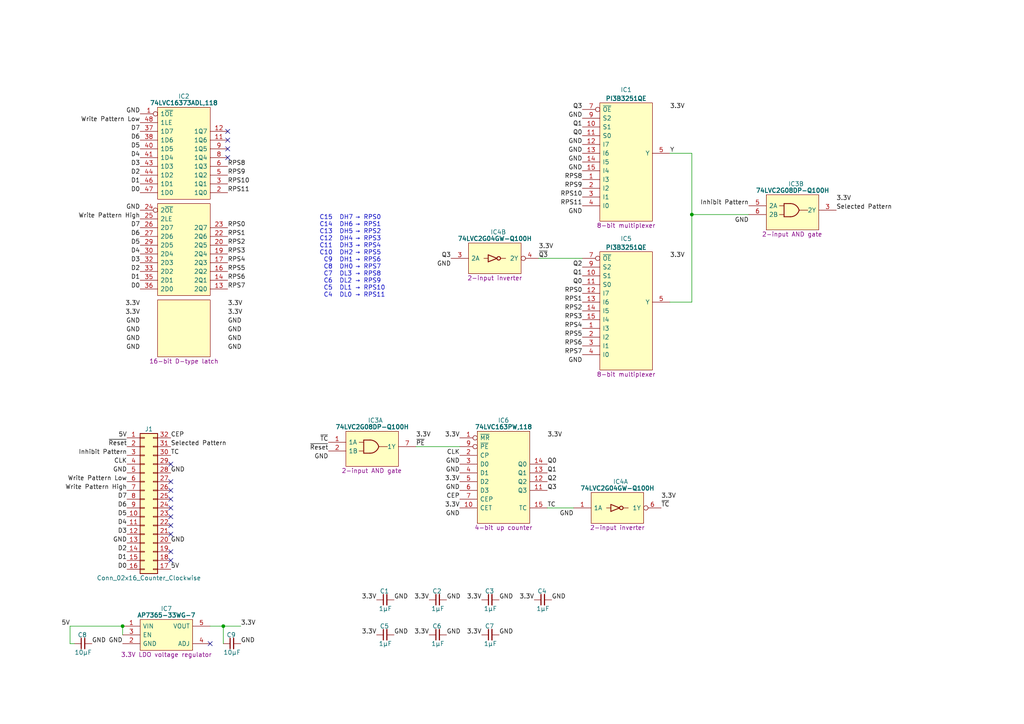
<source format=kicad_sch>
(kicad_sch (version 20230121) (generator eeschema)
  (paper "A4")
  (title_block (title "Pixel Step Advance") (date "2023-10-13") (rev "V0"))
  (lib_symbols
    (symbol "Connector_Generic:Conn_02x16_Counter_Clockwise" (pin_names (offset 1.016) hide)
      (property "Reference" "J" (at 1.27 20.32 0))
      (property "Value" "Conn_02x16_Counter_Clockwise" (at 1.27 -22.86 0))
      (symbol "Conn_02x16_Counter_Clockwise_1_1"
        (rectangle (start -1.27 -20.193) (end 0 -20.447) (stroke (width 0.1524)))
        (rectangle (start -1.27 -17.653) (end 0 -17.907) (stroke (width 0.1524)))
        (rectangle (start -1.27 -15.113) (end 0 -15.367) (stroke (width 0.1524)))
        (rectangle (start -1.27 -12.573) (end 0 -12.827) (stroke (width 0.1524)))
        (rectangle (start -1.27 -10.033) (end 0 -10.287) (stroke (width 0.1524)))
        (rectangle (start -1.27 -7.493) (end 0 -7.747) (stroke (width 0.1524)))
        (rectangle (start -1.27 -4.953) (end 0 -5.207) (stroke (width 0.1524)))
        (rectangle (start -1.27 -2.413) (end 0 -2.667) (stroke (width 0.1524)))
        (rectangle (start -1.27 0.127) (end 0 -0.127) (stroke (width 0.1524)))
        (rectangle (start -1.27 2.667) (end 0 2.413) (stroke (width 0.1524)))
        (rectangle (start -1.27 5.207) (end 0 4.953) (stroke (width 0.1524)))
        (rectangle (start -1.27 7.747) (end 0 7.493) (stroke (width 0.1524)))
        (rectangle (start -1.27 10.287) (end 0 10.033) (stroke (width 0.1524)))
        (rectangle (start -1.27 12.827) (end 0 12.573) (stroke (width 0.1524)))
        (rectangle (start -1.27 15.367) (end 0 15.113) (stroke (width 0.1524)))
        (rectangle (start -1.27 17.907) (end 0 17.653) (stroke (width 0.1524)))
        (rectangle (start -1.27 19.05) (end 3.81 -21.59) (stroke (width 0.254)) (fill (type background)))
        (rectangle (start 3.81 -20.193) (end 2.54 -20.447) (stroke (width 0.1524)))
        (rectangle (start 3.81 -17.653) (end 2.54 -17.907) (stroke (width 0.1524)))
        (rectangle (start 3.81 -15.113) (end 2.54 -15.367) (stroke (width 0.1524)))
        (rectangle (start 3.81 -12.573) (end 2.54 -12.827) (stroke (width 0.1524)))
        (rectangle (start 3.81 -10.033) (end 2.54 -10.287) (stroke (width 0.1524)))
        (rectangle (start 3.81 -7.493) (end 2.54 -7.747) (stroke (width 0.1524)))
        (rectangle (start 3.81 -4.953) (end 2.54 -5.207) (stroke (width 0.1524)))
        (rectangle (start 3.81 -2.413) (end 2.54 -2.667) (stroke (width 0.1524)))
        (rectangle (start 3.81 0.127) (end 2.54 -0.127) (stroke (width 0.1524)))
        (rectangle (start 3.81 2.667) (end 2.54 2.413) (stroke (width 0.1524)))
        (rectangle (start 3.81 5.207) (end 2.54 4.953) (stroke (width 0.1524)))
        (rectangle (start 3.81 7.747) (end 2.54 7.493) (stroke (width 0.1524)))
        (rectangle (start 3.81 10.287) (end 2.54 10.033) (stroke (width 0.1524)))
        (rectangle (start 3.81 12.827) (end 2.54 12.573) (stroke (width 0.1524)))
        (rectangle (start 3.81 15.367) (end 2.54 15.113) (stroke (width 0.1524)))
        (rectangle (start 3.81 17.907) (end 2.54 17.653) (stroke (width 0.1524)))
        (pin passive line (at -5.08 17.78 0) (length 3.81) (name "Pin_1") (number "1"))
        (pin passive line (at -5.08 -5.08 0) (length 3.81) (name "Pin_10") (number "10"))
        (pin passive line (at -5.08 -7.62 0) (length 3.81) (name "Pin_11") (number "11"))
        (pin passive line (at -5.08 -10.16 0) (length 3.81) (name "Pin_12") (number "12"))
        (pin passive line (at -5.08 -12.7 0) (length 3.81) (name "Pin_13") (number "13"))
        (pin passive line (at -5.08 -15.24 0) (length 3.81) (name "Pin_14") (number "14"))
        (pin passive line (at -5.08 -17.78 0) (length 3.81) (name "Pin_15") (number "15"))
        (pin passive line (at -5.08 -20.32 0) (length 3.81) (name "Pin_16") (number "16"))
        (pin passive line (at 7.62 -20.32 180) (length 3.81) (name "Pin_17") (number "17"))
        (pin passive line (at 7.62 -17.78 180) (length 3.81) (name "Pin_18") (number "18"))
        (pin passive line (at 7.62 -15.24 180) (length 3.81) (name "Pin_19") (number "19"))
        (pin passive line (at -5.08 15.24 0) (length 3.81) (name "Pin_2") (number "2"))
        (pin passive line (at 7.62 -12.7 180) (length 3.81) (name "Pin_20") (number "20"))
        (pin passive line (at 7.62 -10.16 180) (length 3.81) (name "Pin_21") (number "21"))
        (pin passive line (at 7.62 -7.62 180) (length 3.81) (name "Pin_22") (number "22"))
        (pin passive line (at 7.62 -5.08 180) (length 3.81) (name "Pin_23") (number "23"))
        (pin passive line (at 7.62 -2.54 180) (length 3.81) (name "Pin_24") (number "24"))
        (pin passive line (at 7.62 0 180) (length 3.81) (name "Pin_25") (number "25"))
        (pin passive line (at 7.62 2.54 180) (length 3.81) (name "Pin_26") (number "26"))
        (pin passive line (at 7.62 5.08 180) (length 3.81) (name "Pin_27") (number "27"))
        (pin passive line (at 7.62 7.62 180) (length 3.81) (name "Pin_28") (number "28"))
        (pin passive line (at 7.62 10.16 180) (length 3.81) (name "Pin_29") (number "29"))
        (pin passive line (at -5.08 12.7 0) (length 3.81) (name "Pin_3") (number "3"))
        (pin passive line (at 7.62 12.7 180) (length 3.81) (name "Pin_30") (number "30"))
        (pin passive line (at 7.62 15.24 180) (length 3.81) (name "Pin_31") (number "31"))
        (pin passive line (at 7.62 17.78 180) (length 3.81) (name "Pin_32") (number "32"))
        (pin passive line (at -5.08 10.16 0) (length 3.81) (name "Pin_4") (number "4"))
        (pin passive line (at -5.08 7.62 0) (length 3.81) (name "Pin_5") (number "5"))
        (pin passive line (at -5.08 5.08 0) (length 3.81) (name "Pin_6") (number "6"))
        (pin passive line (at -5.08 2.54 0) (length 3.81) (name "Pin_7") (number "7"))
        (pin passive line (at -5.08 0 0) (length 3.81) (name "Pin_8") (number "8"))
        (pin passive line (at -5.08 -2.54 0) (length 3.81) (name "Pin_9") (number "9"))
      )
    )
    (symbol "Diodes_Inc:AP7365-33WG-7" (pin_names (offset 0.762))
      (property "Reference" "IC" (at 12.7 5.08 0))
      (property "Value" "AP7365-33WG-7" (at 12.7 3.175 0))
      (property "Description" "3.3V LDO voltage regulator" (at 12.7 -8.255 0))
      (symbol "AP7365-33WG-7_0_0"
        (pin passive line (at 0 0 0) (length 5.08) (name "VIN") (number "1"))
        (pin passive line (at 0 -5.08 0) (length 5.08) (name "GND") (number "2"))
        (pin input line (at 0 -2.54 0) (length 5.08) (name "EN") (number "3"))
        (pin passive line (at 25.4 -5.08 180) (length 5.08) (name "ADJ") (number "4"))
        (pin passive line (at 25.4 0 180) (length 5.08) (name "VOUT") (number "5"))
      )
      (symbol "AP7365-33WG-7_0_1"
        (polyline (pts (xy 5.08 1.905) (xy 20.32 1.905) (xy 20.32 -6.985) (xy 5.08 -6.985) (xy 5.08 1.905)) (fill (type background)))
      )
    )
    (symbol "Diodes_Inc:PI3B3251QE" (pin_names (offset 0.762))
      (property "Reference" "IC" (at 12.7 5.715 0))
      (property "Value" "PI3B3251QE" (at 12.7 3.175 0))
      (property "Description" "8-bit multiplexer" (at 12.7 -33.655 0))
      (symbol "PI3B3251QE_0_0"
        (pin input line (at 0 -20.32 0) (length 5.08) (name "I3") (number "1"))
        (pin input line (at 0 -5.08 0) (length 5.08) (name "S1") (number "10"))
        (pin input line (at 0 -7.62 0) (length 5.08) (name "S0") (number "11"))
        (pin input line (at 0 -10.16 0) (length 5.08) (name "I7") (number "12"))
        (pin input line (at 0 -12.7 0) (length 5.08) (name "I6") (number "13"))
        (pin input line (at 0 -15.24 0) (length 5.08) (name "I5") (number "14"))
        (pin input line (at 0 -17.78 0) (length 5.08) (name "I4") (number "15"))
        (pin input line (at 0 -22.86 0) (length 5.08) (name "I2") (number "2"))
        (pin input line (at 0 -25.4 0) (length 5.08) (name "I1") (number "3"))
        (pin input line (at 0 -27.94 0) (length 5.08) (name "I0") (number "4"))
        (pin passive line (at 0 -30.48 0) (length 5.08) hide (name "GND") (number "8"))
        (pin input line (at 0 -2.54 0) (length 5.08) (name "S2") (number "9"))
      )
      (symbol "PI3B3251QE_0_1"
        (polyline (pts (xy 5.08 1.905) (xy 20.32 1.905) (xy 20.32 -32.385) (xy 5.08 -32.385) (xy 5.08 1.905)) (stroke (width 0.1524)) (fill (type background)))
      )
      (symbol "PI3B3251QE_1_0"
        (pin passive line (at 25.4 0 180) (length 5.08) hide (name "3V") (number "16"))
        (pin tri_state line (at 25.4 -12.7 180) (length 5.08) (name "Y") (number "5"))
        (pin no_connect line (at 25.4 -15.24 180) (length 5.08) hide (name "NC") (number "6"))
        (pin input inverted (at 0 0 0) (length 5.08) (name "~{OE}") (number "7"))
      )
    )
    (symbol "HCP65:C_0805" (pin_numbers hide) (pin_names (offset 0.254) hide)
      (property "Reference" "C" (at 2.286 2.54 0))
      (property "Value" "?μF" (at 2.54 -2.54 0))
      (symbol "C_0805_0_1"
        (polyline (pts (xy 1.9685 -1.4605) (xy 1.9685 1.5875)) (stroke (width 0.3048)))
        (polyline (pts (xy 2.9845 -1.4605) (xy 2.9845 1.5875)) (stroke (width 0.3302)))
      )
      (symbol "C_0805_1_1"
        (pin passive line (at 0 0 0) (length 2.032) (name "~") (number "1"))
        (pin passive line (at 5.08 0 180) (length 2.032) (name "~") (number "2"))
      )
    )
    (symbol "Nexperia:74LVC16373ADL,118" (pin_names (offset 0.762))
      (property "Reference" "IC" (at 12.7 5.08 0))
      (property "Value" "74LVC16373ADL,118" (at 12.7 3.175 0))
      (property "Description" "16-bit D-type latch" (at 12.7 -71.755 0))
      (symbol "74LVC16373ADL,118_0_0"
        (pin input inverted (at 0 0 0) (length 5.08) (name "1~{OE}") (number "1"))
        (pin tri_state line (at 25.4 -7.62 180) (length 5.08) (name "1Q6") (number "11"))
        (pin tri_state line (at 25.4 -5.08 180) (length 5.08) (name "1Q7") (number "12"))
        (pin tri_state line (at 25.4 -50.8 180) (length 5.08) (name "2Q0") (number "13"))
        (pin tri_state line (at 25.4 -48.26 180) (length 5.08) (name "2Q1") (number "14"))
        (pin tri_state line (at 25.4 -45.72 180) (length 5.08) (name "2Q2") (number "16"))
        (pin tri_state line (at 25.4 -43.18 180) (length 5.08) (name "2Q3") (number "17"))
        (pin tri_state line (at 25.4 -40.64 180) (length 5.08) (name "2Q4") (number "19"))
        (pin tri_state line (at 25.4 -22.86 180) (length 5.08) (name "1Q0") (number "2"))
        (pin tri_state line (at 25.4 -38.1 180) (length 5.08) (name "2Q5") (number "20"))
        (pin tri_state line (at 25.4 -35.56 180) (length 5.08) (name "2Q6") (number "22"))
        (pin tri_state line (at 25.4 -33.02 180) (length 5.08) (name "2Q7") (number "23"))
        (pin input inverted (at 0 -27.94 0) (length 5.08) (name "2~{OE}") (number "24"))
        (pin input line (at 0 -30.48 0) (length 5.08) (name "2LE") (number "25"))
        (pin input line (at 0 -33.02 0) (length 5.08) (name "2D7") (number "26"))
        (pin input line (at 0 -35.56 0) (length 5.08) (name "2D6") (number "27"))
        (pin input line (at 0 -38.1 0) (length 5.08) (name "2D5") (number "29"))
        (pin tri_state line (at 25.4 -20.32 180) (length 5.08) (name "1Q1") (number "3"))
        (pin input line (at 0 -40.64 0) (length 5.08) (name "2D4") (number "30"))
        (pin input line (at 0 -43.18 0) (length 5.08) (name "2D3") (number "32"))
        (pin input line (at 0 -45.72 0) (length 5.08) (name "2D2") (number "33"))
        (pin input line (at 0 -48.26 0) (length 5.08) (name "2D1") (number "35"))
        (pin input line (at 0 -50.8 0) (length 5.08) (name "2D0") (number "36"))
        (pin input line (at 0 -5.08 0) (length 5.08) (name "1D7") (number "37"))
        (pin input line (at 0 -10.16 0) (length 5.08) (name "1D5") (number "40"))
        (pin input line (at 0 -12.7 0) (length 5.08) (name "1D4") (number "41"))
        (pin input line (at 0 -15.24 0) (length 5.08) (name "1D3") (number "43"))
        (pin input line (at 0 -17.78 0) (length 5.08) (name "1D2") (number "44"))
        (pin input line (at 0 -20.32 0) (length 5.08) (name "1D1") (number "46"))
        (pin input line (at 0 -22.86 0) (length 5.08) (name "1D0") (number "47"))
        (pin input line (at 0 -2.54 0) (length 5.08) (name "1LE") (number "48"))
        (pin tri_state line (at 25.4 -17.78 180) (length 5.08) (name "1Q2") (number "5"))
        (pin tri_state line (at 25.4 -15.24 180) (length 5.08) (name "1Q3") (number "6"))
        (pin tri_state line (at 25.4 -12.7 180) (length 5.08) (name "1Q4") (number "8"))
        (pin tri_state line (at 25.4 -10.16 180) (length 5.08) (name "1Q5") (number "9"))
      )
      (symbol "74LVC16373ADL,118_0_1"
        (polyline (pts (xy 5.08 -53.975) (xy 20.32 -53.975) (xy 20.32 -70.485) (xy 5.08 -70.485) (xy 5.08 -53.975)) (stroke (width 0.1524)) (fill (type background)))
        (polyline (pts (xy 5.08 -26.035) (xy 20.32 -26.035) (xy 20.32 -52.705) (xy 5.08 -52.705) (xy 5.08 -26.035)) (stroke (width 0.1524)) (fill (type background)))
        (polyline (pts (xy 5.08 1.905) (xy 20.32 1.905) (xy 20.32 -24.765) (xy 5.08 -24.765) (xy 5.08 1.905)) (stroke (width 0.1524)) (fill (type background)))
      )
      (symbol "74LVC16373ADL,118_1_0"
        (pin passive line (at 0 -63.5 0) (length 5.08) hide (name "GND") (number "10"))
        (pin passive line (at 0 -66.04 0) (length 5.08) hide (name "GND") (number "15"))
        (pin passive line (at 0 -58.42 0) (length 5.08) hide (name "3V") (number "18"))
        (pin passive line (at 0 -68.58 0) (length 5.08) hide (name "GND") (number "21"))
        (pin passive line (at 25.4 -68.58 180) (length 5.08) hide (name "GND") (number "28"))
        (pin passive line (at 25.4 -58.42 180) (length 5.08) hide (name "3V") (number "31"))
        (pin passive line (at 25.4 -66.04 180) (length 5.08) hide (name "GND") (number "34"))
        (pin input line (at 0 -7.62 0) (length 5.08) (name "1D6") (number "38"))
        (pin passive line (at 25.4 -63.5 180) (length 5.08) hide (name "GND") (number "39"))
        (pin passive line (at 0 -60.96 0) (length 5.08) hide (name "GND") (number "4"))
        (pin passive line (at 25.4 -55.88 180) (length 5.08) hide (name "3V") (number "42"))
        (pin passive line (at 25.4 -60.96 180) (length 5.08) hide (name "GND") (number "45"))
        (pin passive line (at 0 -55.88 0) (length 5.08) hide (name "3V") (number "7"))
      )
    )
    (symbol "Nexperia:74LVC163PW,118" (pin_names (offset 0.762))
      (property "Reference" "IC" (at 12.7 5.08 0))
      (property "Value" "74LVC163PW,118" (at 12.7 3.175 0))
      (property "Description" "4-bit up counter" (at 12.7 -26.035 0))
      (symbol "74LVC163PW,118_0_0"
        (pin input inverted (at 0 0 0) (length 5.08) (name "~{MR}") (number "1"))
        (pin input line (at 0 -20.32 0) (length 5.08) (name "CET") (number "10"))
        (pin output line (at 25.4 -15.24 180) (length 5.08) (name "Q3") (number "11"))
        (pin output line (at 25.4 -12.7 180) (length 5.08) (name "Q2") (number "12"))
        (pin output line (at 25.4 -10.16 180) (length 5.08) (name "Q1") (number "13"))
        (pin output line (at 25.4 -7.62 180) (length 5.08) (name "Q0") (number "14"))
        (pin output line (at 25.4 -20.32 180) (length 5.08) (name "TC") (number "15"))
        (pin passive line (at 25.4 0 180) (length 5.08) hide (name "3V") (number "16"))
        (pin input line (at 0 -5.08 0) (length 5.08) (name "CP") (number "2"))
        (pin input line (at 0 -7.62 0) (length 5.08) (name "D0") (number "3"))
        (pin input line (at 0 -10.16 0) (length 5.08) (name "D1") (number "4"))
        (pin input line (at 0 -12.7 0) (length 5.08) (name "D2") (number "5"))
        (pin input line (at 0 -15.24 0) (length 5.08) (name "D3") (number "6"))
        (pin input line (at 0 -17.78 0) (length 5.08) (name "CEP") (number "7"))
        (pin passive line (at 0 -22.86 0) (length 5.08) hide (name "GND") (number "8"))
        (pin input inverted (at 0 -2.54 0) (length 5.08) (name "~{PE}") (number "9"))
      )
      (symbol "74LVC163PW,118_0_1"
        (polyline (pts (xy 5.08 1.905) (xy 20.32 1.905) (xy 20.32 -24.765) (xy 5.08 -24.765) (xy 5.08 1.905)) (stroke (width 0.1524)) (fill (type background)))
      )
    )
    (symbol "Nexperia:74LVC2G04GW-Q100H_Multi" (pin_names (offset 0.762))
      (property "Reference" "IC" (at 11.43 7.62 0))
      (property "Value" "74LVC2G04GW-Q100H" (at 12.7 5.715 0))
      (property "Description" "2-input inverter" (at 12.7 -5.715 0))
      (symbol "74LVC2G04GW-Q100H_Multi_0_0"
        (pin passive line (at 0 -2.54 0) (length 5.08) hide (name "GND") (number "2"))
        (pin passive line (at 25.4 2.54 180) (length 5.08) hide (name "3V") (number "5"))
      )
      (symbol "74LVC2G04GW-Q100H_Multi_0_1"
        (polyline (pts (xy 9.525 0) (xy 10.7949 0)))
        (polyline (pts (xy 14.351 0) (xy 15.875 0)))
        (polyline (pts (xy 10.795 -1.016) (xy 13.335 0) (xy 10.795 1.016)) (stroke (width 0.254)))
        (polyline (pts (xy 5.08 4.445) (xy 20.32 4.445) (xy 20.32 -4.445) (xy 5.08 -4.445) (xy 5.08 4.445)) (stroke (width 0.1524)) (fill (type background)))
        (rectangle (start 10.795 1.016) (end 10.795 -1.016) (stroke (width 0.254)) (fill (type background)))
        (circle (center 13.843 0) (radius 0.508) (stroke (width 0.254)))
      )
      (symbol "74LVC2G04GW-Q100H_Multi_1_0"
        (pin input line (at 0 0 0) (length 5.08) (name "1A") (number "1"))
        (pin output inverted (at 25.4 0 180) (length 5.08) (name "1Y") (number "6"))
      )
      (symbol "74LVC2G04GW-Q100H_Multi_2_0"
        (pin input line (at 0 0 0) (length 5.08) (name "2A") (number "3"))
        (pin output inverted (at 25.4 0 180) (length 5.08) (name "2Y") (number "4"))
      )
    )
    (symbol "Nexperia:74LVC2G08DP-Q100H_Multi" (pin_names (offset 0.762))
      (property "Reference" "IC" (at 11.43 6.35 0))
      (property "Value" "74LVC2G08DP-Q100H" (at 12.7 4.445 0))
      (property "Description" "2-input AND gate" (at 3.81 -8.255 0))
      (symbol "74LVC2G08DP-Q100H_Multi_0_0"
        (pin passive line (at 0 -5.08 0) (length 5.08) hide (name "GND") (number "4"))
        (pin passive line (at 25.4 1.27 180) (length 5.08) hide (name "3V") (number "8"))
      )
      (symbol "74LVC2G08DP-Q100H_Multi_0_1"
        (polyline (pts (xy 8.89 -2.54) (xy 10.1599 -2.54)))
        (polyline (pts (xy 8.89 0) (xy 10.1599 0)))
        (polyline (pts (xy 10.248 0.635) (xy 10.248 -3.175)) (stroke (width 0.254)) (fill (type background)))
        (polyline (pts (xy 12.065 -3.175) (xy 10.248 -3.175)) (stroke (width 0.254)) (fill (type background)))
        (polyline (pts (xy 12.065 0.635) (xy 10.248 0.635)) (stroke (width 0.254)) (fill (type background)))
        (polyline (pts (xy 14.605 -1.27) (xy 17.145 -1.27)))
        (polyline (pts (xy 5.08 3.175) (xy 20.32 3.175) (xy 20.32 -6.985) (xy 5.08 -6.985) (xy 5.08 3.175)) (stroke (width 0.1524)) (fill (type background)))
        (arc (start 12.065 -3.175) (mid 13.6634 -2.6604) (end 14.605 -1.27) (stroke (width 0.254)))
        (arc (start 14.605 -1.27) (mid 13.6646 0.122) (end 12.065 0.635) (stroke (width 0.254)))
      )
      (symbol "74LVC2G08DP-Q100H_Multi_1_0"
        (pin input line (at 0 0 0) (length 5.08) (name "1A") (number "1"))
        (pin input line (at 0 -2.54 0) (length 5.08) (name "1B") (number "2"))
        (pin output line (at 25.4 -1.27 180) (length 5.08) (name "1Y") (number "7"))
      )
      (symbol "74LVC2G08DP-Q100H_Multi_2_0"
        (pin output line (at 25.4 -1.27 180) (length 5.08) (name "2Y") (number "3"))
        (pin input line (at 0 0 0) (length 5.08) (name "2A") (number "5"))
        (pin input line (at 0 -2.54 0) (length 5.08) (name "2B") (number "6"))
      )
    )
  )
  (junction (at 35.56 181.61))
  (junction (at 200.66 62.23))
  (junction (at 64.77 181.61))
  (no_connect (at 66.04 45.72))
  (no_connect (at 49.53 134.62))
  (no_connect (at 60.96 186.69))
  (no_connect (at 66.04 40.64))
  (no_connect (at 49.53 139.7))
  (no_connect (at 49.53 149.86))
  (no_connect (at 49.53 152.4))
  (no_connect (at 49.53 144.78))
  (no_connect (at 66.04 43.18))
  (no_connect (at 49.53 147.32))
  (no_connect (at 49.53 160.02))
  (no_connect (at 49.53 162.56))
  (no_connect (at 49.53 142.24))
  (no_connect (at 49.53 154.94))
  (no_connect (at 66.04 38.1))
  (wire (pts (xy 194.31 44.45) (xy 200.66 44.45)))
  (wire (pts (xy 64.77 186.69) (xy 64.77 181.61)))
  (wire (pts (xy 20.32 181.61) (xy 35.56 181.61)))
  (wire (pts (xy 158.75 147.32) (xy 166.37 147.32)))
  (wire (pts (xy 35.56 181.61) (xy 35.56 184.15)))
  (wire (pts (xy 156.21 74.93) (xy 168.91 74.93)))
  (wire (pts (xy 200.66 44.45) (xy 200.66 62.23)))
  (wire (pts (xy 60.96 181.61) (xy 64.77 181.61)))
  (wire (pts (xy 200.66 62.23) (xy 200.66 87.63)))
  (wire (pts (xy 120.65 129.54) (xy 133.35 129.54)))
  (wire (pts (xy 20.32 181.61) (xy 20.32 186.69)))
  (wire (pts (xy 200.66 62.23) (xy 217.17 62.23)))
  (wire (pts (xy 200.66 87.63) (xy 194.31 87.63)))
  (wire (pts (xy 20.32 186.69) (xy 21.59 186.69)))
  (wire (pts (xy 64.77 181.61) (xy 69.85 181.61)))
  (text "C15\nC14\nC13\nC12\nC11\nC10\nC9\nC8\nC7\nC6\nC5\nC4" (at 96.52 86.36 0) (effects (font (size 1.27 1.27)) (justify right bottom)))
  (text "DH7\nDH6\nDH5\nDH4\nDH3\nDH2\nDH1\nDH0\nDL3\nDL2\nDL1\nDL0" (at 98.425 86.36 0) (effects (font (size 1.27 1.27)) (justify left bottom)))
  (text "→ RPS0\n→ RPS1\n→ RPS2\n→ RPS3\n→ RPS4\n→ RPS5\n→ RPS6\n→ RPS7\n→ RPS8\n→ RPS9\n→ RPS10\n→ RPS11" (at 102.87 86.36 0) (effects (font (size 1.27 1.27)) (justify left bottom)))
  (label "RPS10" (at 168.91 57.15 180))
  (label "GND" (at 133.35 149.86 180))
  (label "GND" (at 168.91 62.23 180))
  (label "GND" (at 166.37 149.86 180))
  (label "GND" (at 40.64 93.98 180))
  (label "GND" (at 66.04 96.52 0))
  (label "D1" (at 40.64 81.28 180))
  (label "RPS10" (at 66.04 53.34 0))
  (label "GND" (at 129.54 173.99 0))
  (label "TC" (at 49.53 132.08 0))
  (label "3.3V" (at 194.31 31.75 0))
  (label "RPS11" (at 168.91 59.69 180))
  (label "RPS5" (at 66.04 78.74 0))
  (label "GND" (at 168.91 46.99 180))
  (label "CLK" (at 36.83 134.62 180))
  (label "D5" (at 40.64 71.12 180))
  (label "RPS4" (at 66.04 76.2 0))
  (label "GND" (at 129.54 184.15 0))
  (label "GND" (at 69.85 186.69 0))
  (label "3.3V" (at 158.75 127 0))
  (label "3.3V" (at 40.64 91.44 180))
  (label "Q3" (at 130.81 74.93 180))
  (label "D1" (at 36.83 162.56 180))
  (label "GND" (at 168.91 34.29 180))
  (label "D0" (at 40.64 55.88 180))
  (label "D5" (at 36.83 149.86 180))
  (label "D2" (at 36.83 160.02 180))
  (label "~{Reset}" (at 95.25 130.81 180))
  (label "RPS8" (at 66.04 48.26 0))
  (label "3.3V" (at 139.7 184.15 180))
  (label "~{TC}" (at 95.25 128.27 180))
  (label "Selected Pattern" (at 49.53 129.54 0))
  (label "CLK" (at 133.35 132.08 180))
  (label "Write Pattern High" (at 40.64 63.5 180))
  (label "GND" (at 168.91 105.41 180))
  (label "Write Pattern High" (at 36.83 142.24 180))
  (label "RPS5" (at 168.91 97.79 180))
  (label "GND" (at 26.67 186.69 0))
  (label "5V" (at 20.32 181.61 180))
  (label "3.3V" (at 120.65 127 0))
  (label "RPS9" (at 66.04 50.8 0))
  (label "GND" (at 114.3 184.15 0))
  (label "GND" (at 40.64 101.6 180))
  (label "GND" (at 168.91 49.53 180))
  (label "GND" (at 144.78 184.15 0))
  (label "3.3V" (at 133.35 147.32 180))
  (label "3.3V" (at 154.94 173.99 180))
  (label "Q3" (at 158.75 142.24 0))
  (label "RPS7" (at 168.91 102.87 180))
  (label "RPS2" (at 168.91 90.17 180))
  (label "~{Q3}" (at 156.21 74.93 0))
  (label "GND" (at 35.56 186.69 180))
  (label "Q1" (at 168.91 36.83 180))
  (label "RPS7" (at 66.04 83.82 0))
  (label "RPS3" (at 66.04 73.66 0))
  (label "GND" (at 168.91 41.91 180))
  (label "RPS3" (at 168.91 92.71 180))
  (label "GND" (at 49.53 157.48 0))
  (label "D5" (at 40.64 43.18 180))
  (label "Inhibit Pattern" (at 36.83 132.08 180))
  (label "5V" (at 36.83 127 180))
  (label "Q0" (at 168.91 82.55 180))
  (label "D4" (at 40.64 45.72 180))
  (label "GND" (at 217.17 64.77 180))
  (label "D3" (at 36.83 154.94 180))
  (label "GND" (at 49.53 137.16 0))
  (label "GND" (at 130.81 77.47 180))
  (label "D0" (at 40.64 83.82 180))
  (label "GND" (at 40.64 96.52 180))
  (label "RPS11" (at 66.04 55.88 0))
  (label "Write Pattern Low" (at 40.64 35.56 180))
  (label "D6" (at 40.64 40.64 180))
  (label "3.3V" (at 66.04 88.9 0))
  (label "RPS4" (at 168.91 95.25 180))
  (label "Q1" (at 168.91 80.01 180))
  (label "3.3V" (at 109.22 184.15 180))
  (label "D7" (at 40.64 66.04 180))
  (label "RPS6" (at 168.91 100.33 180))
  (label "Q3" (at 168.91 31.75 180))
  (label "Q2" (at 158.75 139.7 0))
  (label "~{PE}" (at 120.65 129.54 0))
  (label "GND" (at 133.35 142.24 180))
  (label "D6" (at 36.83 147.32 180))
  (label "CEP" (at 49.53 127 0))
  (label "GND" (at 66.04 101.6 0))
  (label "RPS1" (at 168.91 87.63 180))
  (label "~{TC}" (at 191.77 147.32 0))
  (label "3.3V" (at 242.57 58.42 0))
  (label "Q2" (at 168.91 77.47 180))
  (label "TC" (at 158.75 147.32 0))
  (label "3.3V" (at 40.64 88.9 180))
  (label "Y" (at 194.31 44.45 0))
  (label "GND" (at 36.83 157.48 180))
  (label "3.3V" (at 124.46 173.99 180))
  (label "~{Reset}" (at 36.83 129.54 180))
  (label "3.3V" (at 109.22 173.99 180))
  (label "GND" (at 66.04 93.98 0))
  (label "RPS0" (at 66.04 66.04 0))
  (label "D1" (at 40.64 53.34 180))
  (label "D7" (at 36.83 144.78 180))
  (label "GND" (at 168.91 44.45 180))
  (label "3.3V" (at 156.21 72.39 0))
  (label "RPS0" (at 168.91 85.09 180))
  (label "GND" (at 40.64 99.06 180))
  (label "D3" (at 40.64 48.26 180))
  (label "3.3V" (at 133.35 139.7 180))
  (label "3.3V" (at 66.04 91.44 0))
  (label "D2" (at 40.64 78.74 180))
  (label "Q1" (at 158.75 137.16 0))
  (label "3.3V" (at 69.85 181.61 0))
  (label "D7" (at 40.64 38.1 180))
  (label "D0" (at 36.83 165.1 180))
  (label "D4" (at 36.83 152.4 180))
  (label "5V" (at 49.53 165.1 0))
  (label "GND" (at 133.35 134.62 180))
  (label "Q0" (at 158.75 134.62 0))
  (label "GND" (at 66.04 99.06 0))
  (label "GND" (at 144.78 173.99 0))
  (label "GND" (at 133.35 137.16 180))
  (label "GND" (at 114.3 173.99 0))
  (label "3.3V" (at 133.35 127 180))
  (label "GND" (at 40.64 60.96 180))
  (label "3.3V" (at 139.7 173.99 180))
  (label "D2" (at 40.64 50.8 180))
  (label "Write Pattern Low" (at 36.83 139.7 180))
  (label "Selected Pattern" (at 242.57 60.96 0))
  (label "RPS2" (at 66.04 71.12 0))
  (label "3.3V" (at 194.31 74.93 0))
  (label "CEP" (at 133.35 144.78 180))
  (label "RPS8" (at 168.91 52.07 180))
  (label "D6" (at 40.64 68.58 180))
  (label "3.3V" (at 124.46 184.15 180))
  (label "GND" (at 40.64 33.02 180))
  (label "3.3V" (at 191.77 144.78 0))
  (label "GND" (at 95.25 133.35 180))
  (label "Inhibit Pattern" (at 217.17 59.69 180))
  (label "GND" (at 160.02 173.99 0))
  (label "Q0" (at 168.91 39.37 180))
  (label "RPS9" (at 168.91 54.61 180))
  (label "D4" (at 40.64 73.66 180))
  (label "RPS6" (at 66.04 81.28 0))
  (label "GND" (at 36.83 137.16 180))
  (label "D3" (at 40.64 76.2 180))
  (label "RPS1" (at 66.04 68.58 0))
  (symbol (lib_id "HCP65:C_0805") (at 124.46 184.15 0) (unit 1)
    (property "Reference" "C6" (at 126.746 181.61 0))
    (property "Value" "1μF" (at 127 186.69 0))
    (property "Footprint" "SamacSys_Parts:C_0805" (effects hide))
  )
  (symbol (lib_id "Nexperia:74LVC16373ADL,118") (at 40.64 33.02 0) (unit 1)
    (property "Reference" "IC2" (at 53.34 27.94 0))
    (property "Value" "74LVC16373ADL,118" (at 53.34 29.845 0) (effects (font bold)))
    (property "Footprint" "SOP64P1025X280-48N" (effects hide))
    (property "Datasheet" "https://componentsearchengine.com/Datasheets/1/74LVC16373ADL,118.pdf" (effects hide))
    (property "Description" "16-bit D-type latch" (at 53.34 104.775 0))
    (property "Height" "2.8" (effects hide))
    (property "Mouser Part Number" "771-LVC16373ADL118" (effects hide))
    (property "Mouser Price/Stock" "https://www.mouser.com/Search/Refine.aspx?Keyword=771-LVC16373ADL118" (effects hide))
    (property "Manufacturer_Name" "Nexperia" (effects hide))
    (property "Manufacturer_Part_Number" "74LVC16373ADL,118" (effects hide))
    (property "Silkscreen" "74LVC16373" (effects hide))
  )
  (symbol (lib_id "HCP65:C_0805") (at 139.7 173.99 0) (unit 1)
    (property "Reference" "C3" (at 141.986 171.45 0))
    (property "Value" "1μF" (at 142.24 176.53 0))
    (property "Footprint" "SamacSys_Parts:C_0805" (effects hide))
  )
  (symbol (lib_id "HCP65:C_0805") (at 109.22 173.99 0) (unit 1)
    (property "Reference" "C1" (at 111.506 171.45 0))
    (property "Value" "1μF" (at 111.76 176.53 0))
    (property "Footprint" "SamacSys_Parts:C_0805" (effects hide))
  )
  (symbol (lib_id "HCP65:C_0805") (at 109.22 184.15 0) (unit 1)
    (property "Reference" "C5" (at 111.506 181.61 0))
    (property "Value" "1μF" (at 111.76 186.69 0))
    (property "Footprint" "SamacSys_Parts:C_0805" (effects hide))
  )
  (symbol (lib_id "Nexperia:74LVC2G04GW-Q100H_Multi") (at 130.81 74.93 0) (unit 2)
    (property "Reference" "IC4" (at 142.24 67.31 0) (effects (justify left)))
    (property "Value" "74LVC2G04GW-Q100H" (at 143.51 69.215 0) (effects (font bold)))
    (property "Footprint" "SOP65P210X110-6N" (effects hide))
    (property "Datasheet" "https://assets.nexperia.com/documents/data-sheet/74LVC2G04_Q100.pdf" (effects hide))
    (property "Description" "2-input inverter" (at 143.51 80.645 0))
    (property "Height" "1.1" (effects hide))
    (property "Manufacturer_Name" "Nexperia" (effects hide))
    (property "Manufacturer_Part_Number" "74LVC2G04GW-Q100H" (effects hide))
    (property "Mouser Part Number" "771-74LVC2G04GWQ100H" (effects hide))
    (property "Mouser Price/Stock" "https://www.mouser.co.uk/ProductDetail/Nexperia/74LVC2G04GW-Q100H?qs=Yna0arPQ0CQTXbBDVSrZqQ%3D%3D" (effects hide))
    (property "Silkscreen" "'2G04" (effects hide))
  )
  (symbol (lib_id "HCP65:C_0805") (at 21.59 186.69 0) (unit 1)
    (property "Reference" "C8" (at 23.876 184.15 0))
    (property "Value" "10µF" (at 21.59 189.23 0) (effects (justify left)))
    (property "Footprint" "SamacSys_Parts:C_0805" (effects hide))
  )
  (symbol (lib_id "Nexperia:74LVC2G08DP-Q100H_Multi") (at 217.17 59.69 0) (unit 2)
    (property "Reference" "IC3" (at 228.6 53.34 0) (effects (justify left)))
    (property "Value" "74LVC2G08DP-Q100H" (at 229.87 55.245 0) (effects (font bold)))
    (property "Footprint" "SOP65P400X110-8N" (effects hide))
    (property "Datasheet" "https://assets.nexperia.com/documents/data-sheet/74LVC2G08_Q100.pdf" (effects hide))
    (property "Description" "2-input AND gate" (at 220.98 67.945 0) (effects (justify left)))
    (property "Height" "1.1" (effects hide))
    (property "Manufacturer_Name" "Nexperia" (effects hide))
    (property "Manufacturer_Part_Number" "74LVC2G08DP-Q100H" (effects hide))
    (property "Mouser Part Number" "771-74LVC2G08DPQ100H" (effects hide))
    (property "Mouser Price/Stock" "https://www.mouser.co.uk/ProductDetail/Nexperia/74LVC2G08DP-Q100H?qs=fi7yB2oewZnJ07IC2YGuEQ%3D%3D" (effects hide))
    (property "Silkscreen" "'2G08" (effects hide))
  )
  (symbol (lib_id "Diodes_Inc:PI3B3251QE") (at 168.91 74.93 0) (unit 1)
    (property "Reference" "IC5" (at 181.61 69.215 0))
    (property "Value" "PI3B3251QE" (at 181.61 71.755 0) (effects (font bold)))
    (property "Footprint" "SOP64P599X175-16N" (effects hide))
    (property "Datasheet" "https://componentsearchengine.com/Datasheets/1/PI3B3251QE.pdf" (effects hide))
    (property "Description" "8-bit multiplexer" (at 181.61 108.585 0))
    (property "Height" "1.75" (effects hide))
    (property "Manufacturer_Name" "Diodes Inc." (effects hide))
    (property "Manufacturer_Part_Number" "PI3B3251QE" (effects hide))
    (property "Mouser Part Number" "729-PI3B3251QE" (effects hide))
    (property "Mouser Price/Stock" "https://www.mouser.com/Search/Refine.aspx?Keyword=729-PI3B3251QE" (effects hide))
    (property "Silkscreen" "PI3B3251" (effects hide))
  )
  (symbol (lib_id "Nexperia:74LVC163PW,118") (at 133.35 127 0) (unit 1)
    (property "Reference" "IC6" (at 146.05 121.92 0))
    (property "Value" "74LVC163PW,118" (at 146.05 123.825 0) (effects (font bold)))
    (property "Footprint" "SOP65P640X110-16N" (effects hide))
    (property "Datasheet" "https://assets.nexperia.com/documents/data-sheet/74LVC163.pdf" (effects hide))
    (property "Description" "4-bit up counter" (at 146.05 153.035 0))
    (property "Height" "1.1" (effects hide))
    (property "Mouser Part Number" "771-74LVC163PW-T" (effects hide))
    (property "Mouser Price/Stock" "https://www.mouser.co.uk/ProductDetail/Nexperia/74LVC163PW118?qs=me8TqzrmIYUWRf9xrCNBjw%3D%3D" (effects hide))
    (property "Manufacturer_Name" "Nexperia" (effects hide))
    (property "Manufacturer_Part_Number" "74LVC163PW,118" (effects hide))
    (property "Silkscreen" "74LVC163" (effects hide))
  )
  (symbol (lib_id "Nexperia:74LVC2G08DP-Q100H_Multi") (at 95.25 128.27 0) (unit 1)
    (property "Reference" "IC3" (at 106.68 121.92 0) (effects (justify left)))
    (property "Value" "74LVC2G08DP-Q100H" (at 107.95 123.825 0) (effects (font bold)))
    (property "Footprint" "SOP65P400X110-8N" (effects hide))
    (property "Datasheet" "https://assets.nexperia.com/documents/data-sheet/74LVC2G08_Q100.pdf" (effects hide))
    (property "Description" "2-input AND gate" (at 99.06 136.525 0) (effects (justify left)))
    (property "Height" "1.1" (effects hide))
    (property "Manufacturer_Name" "Nexperia" (effects hide))
    (property "Manufacturer_Part_Number" "74LVC2G08DP-Q100H" (effects hide))
    (property "Mouser Part Number" "771-74LVC2G08DPQ100H" (effects hide))
    (property "Mouser Price/Stock" "https://www.mouser.co.uk/ProductDetail/Nexperia/74LVC2G08DP-Q100H?qs=fi7yB2oewZnJ07IC2YGuEQ%3D%3D" (effects hide))
    (property "Silkscreen" "'2G08" (effects hide))
  )
  (symbol (lib_id "Diodes_Inc:AP7365-33WG-7") (at 35.56 181.61 0) (unit 1)
    (property "Reference" "IC7" (at 48.26 176.53 0))
    (property "Value" "AP7365-33WG-7" (at 48.26 178.435 0) (effects (font bold)))
    (property "Footprint" "SOT95P285X130-5N" (effects hide))
    (property "Datasheet" "https://componentsearchengine.com/Datasheets/1/AP7365-33WG-7.pdf" (effects hide))
    (property "Description" "3.3V LDO voltage regulator" (at 48.26 189.865 0))
    (property "Height" "1.3" (effects hide))
    (property "Manufacturer_Name" "Diodes Inc." (effects hide))
    (property "Manufacturer_Part_Number" "AP7365-33WG-7" (effects hide))
    (property "Mouser Part Number" "621-AP7365-33WG-7" (effects hide))
    (property "Mouser Price/Stock" "https://www.mouser.co.uk/ProductDetail/Diodes-Incorporated/AP7365-33WG-7?qs=abZ1nkZpTuOZFvxvoFPL0w%3D%3D" (effects hide))
    (property "Arrow Part Number" "AP7365-33WG-7" (effects hide))
    (property "Arrow Price/Stock" "https://www.arrow.com/en/products/ap7365-33wg-7/diodes-incorporated?region=nac" (effects hide))
    (property "Silkscreen" "AP7365" (effects hide))
  )
  (symbol (lib_id "Diodes_Inc:PI3B3251QE") (at 168.91 31.75 0) (unit 1)
    (property "Reference" "IC1" (at 181.61 26.035 0))
    (property "Value" "PI3B3251QE" (at 181.61 28.575 0) (effects (font bold)))
    (property "Footprint" "SOP64P599X175-16N" (effects hide))
    (property "Datasheet" "https://componentsearchengine.com/Datasheets/1/PI3B3251QE.pdf" (effects hide))
    (property "Description" "8-bit multiplexer" (at 181.61 65.405 0))
    (property "Height" "1.75" (effects hide))
    (property "Manufacturer_Name" "Diodes Inc." (effects hide))
    (property "Manufacturer_Part_Number" "PI3B3251QE" (effects hide))
    (property "Mouser Part Number" "729-PI3B3251QE" (effects hide))
    (property "Mouser Price/Stock" "https://www.mouser.com/Search/Refine.aspx?Keyword=729-PI3B3251QE" (effects hide))
    (property "Silkscreen" "PI3B3251" (effects hide))
  )
  (symbol (lib_id "HCP65:C_0805") (at 64.77 186.69 0) (unit 1)
    (property "Reference" "C9" (at 67.056 184.15 0))
    (property "Value" "10µF" (at 64.77 189.23 0) (effects (justify left)))
    (property "Footprint" "SamacSys_Parts:C_0805" (effects hide))
  )
  (symbol (lib_id "Nexperia:74LVC2G04GW-Q100H_Multi") (at 166.37 147.32 0) (unit 1)
    (property "Reference" "IC4" (at 177.8 139.7 0) (effects (justify left)))
    (property "Value" "74LVC2G04GW-Q100H" (at 179.07 141.605 0) (effects (font bold)))
    (property "Footprint" "SOP65P210X110-6N" (effects hide))
    (property "Datasheet" "https://assets.nexperia.com/documents/data-sheet/74LVC2G04_Q100.pdf" (effects hide))
    (property "Description" "2-input inverter" (at 179.07 153.035 0))
    (property "Height" "1.1" (effects hide))
    (property "Manufacturer_Name" "Nexperia" (effects hide))
    (property "Manufacturer_Part_Number" "74LVC2G04GW-Q100H" (effects hide))
    (property "Mouser Part Number" "771-74LVC2G04GWQ100H" (effects hide))
    (property "Mouser Price/Stock" "https://www.mouser.co.uk/ProductDetail/Nexperia/74LVC2G04GW-Q100H?qs=Yna0arPQ0CQTXbBDVSrZqQ%3D%3D" (effects hide))
    (property "Silkscreen" "'2G04" (effects hide))
  )
  (symbol (lib_id "Connector_Generic:Conn_02x16_Counter_Clockwise") (at 41.91 144.78 0) (unit 1)
    (property "Reference" "J1" (at 43.18 124.46 0))
    (property "Value" "Conn_02x16_Counter_Clockwise" (at 43.18 167.64 0))
    (property "Footprint" "SamacSys_Parts:DIP-32_Board_W22.86mm" (effects hide))
  )
  (symbol (lib_id "HCP65:C_0805") (at 154.94 173.99 0) (unit 1)
    (property "Reference" "C4" (at 157.226 171.45 0))
    (property "Value" "1μF" (at 157.48 176.53 0))
    (property "Footprint" "SamacSys_Parts:C_0805" (effects hide))
  )
  (symbol (lib_id "HCP65:C_0805") (at 124.46 173.99 0) (unit 1)
    (property "Reference" "C2" (at 126.746 171.45 0))
    (property "Value" "1μF" (at 127 176.53 0))
    (property "Footprint" "SamacSys_Parts:C_0805" (effects hide))
  )
  (symbol (lib_id "HCP65:C_0805") (at 139.7 184.15 0) (unit 1)
    (property "Reference" "C7" (at 141.986 181.61 0))
    (property "Value" "1μF" (at 142.24 186.69 0))
    (property "Footprint" "SamacSys_Parts:C_0805" (effects hide))
  )
)
</source>
